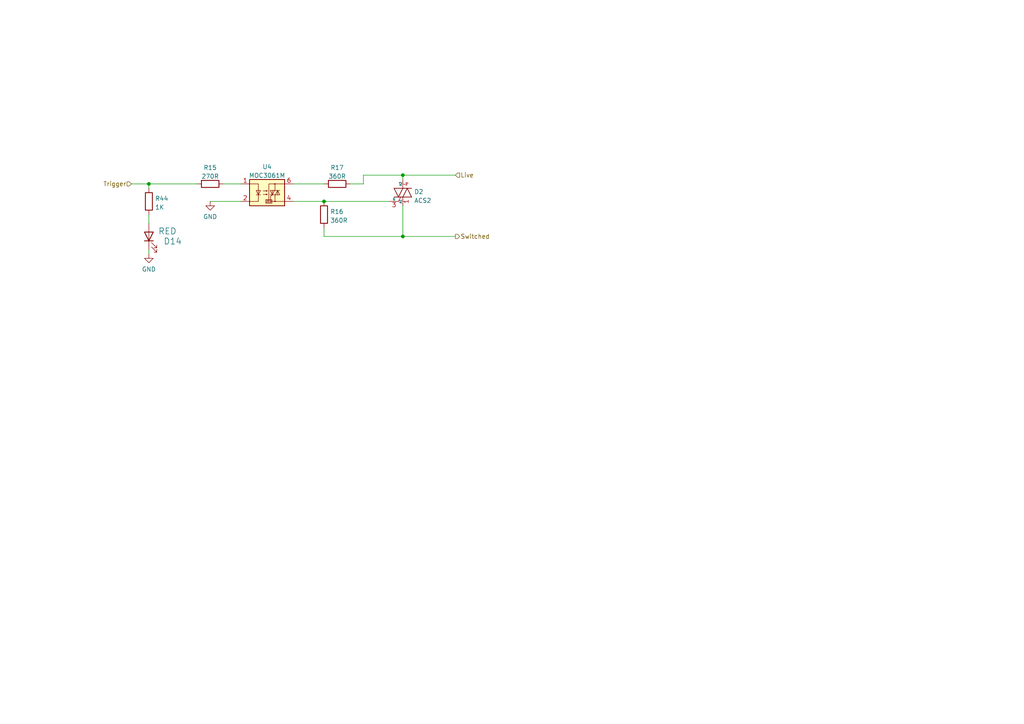
<source format=kicad_sch>
(kicad_sch (version 20211123) (generator eeschema)
  (paper "A4")
  (lib_symbols
    (symbol "Andrew_Custom:ACS2" (pin_names (offset 0))
      (property "Reference" "D" (at 3.175 0.635 0))
      (property "Value" "ACS2" (at 3.175 -1.27 0))
      (symbol "ACS2_0_1"
        (polyline (pts (xy -2.54 -1.27) (xy 2.54 -1.27)) (stroke (width 0.2032)))
        (polyline (pts (xy -2.54 1.27) (xy 2.54 1.27)) (stroke (width 0.2032)))
        (polyline (pts (xy -1.27 -2.54) (xy -0.635 -1.27)))
        (polyline (pts (xy -2.54 1.27) (xy -1.27 -1.27) (xy 0 1.27)) (stroke (width 0.2032)))
        (polyline (pts (xy 0 -1.27) (xy 1.27 1.27) (xy 2.54 -1.27)) (stroke (width 0.2032)))
      )
      (symbol "ACS2_1_1"
        (pin passive line (at 0 -3.81 90) (length 2.54) (name "A1") (number "1"))
        (pin input line (at -3.81 -2.54 0) (length 2.54) (name "G") (number "3"))
        (pin passive line (at 0 3.81 270) (length 2.54) (name "A2") (number "4"))
      )
    )
    (symbol "Device:LED" (pin_numbers hide) (pin_names (offset 1.016) hide)
      (property "Reference" "D" (at 0 2.54 0))
      (property "Value" "LED" (at 0 -2.54 0))
      (symbol "LED_0_1"
        (polyline (pts (xy -1.27 -1.27) (xy -1.27 1.27)) (stroke (width 0.254)))
        (polyline (pts (xy -1.27 0) (xy 1.27 0)))
        (polyline (pts (xy 1.27 -1.27) (xy 1.27 1.27) (xy -1.27 0) (xy 1.27 -1.27)) (stroke (width 0.254)))
        (polyline (pts (xy -3.048 -0.762) (xy -4.572 -2.286) (xy -3.81 -2.286) (xy -4.572 -2.286) (xy -4.572 -1.524)))
        (polyline (pts (xy -1.778 -0.762) (xy -3.302 -2.286) (xy -2.54 -2.286) (xy -3.302 -2.286) (xy -3.302 -1.524)))
      )
      (symbol "LED_1_1"
        (pin passive line (at -3.81 0 0) (length 2.54) (name "K") (number "1"))
        (pin passive line (at 3.81 0 180) (length 2.54) (name "A") (number "2"))
      )
    )
    (symbol "Device:R" (pin_numbers hide) (pin_names (offset 0))
      (property "Reference" "R" (at 2.032 0 90))
      (property "Value" "R" (at 0 0 90))
      (symbol "R_0_1"
        (rectangle (start -1.016 -2.54) (end 1.016 2.54) (stroke (width 0.254)))
      )
      (symbol "R_1_1"
        (pin passive line (at 0 3.81 270) (length 1.27) (name "~") (number "1"))
        (pin passive line (at 0 -3.81 90) (length 1.27) (name "~") (number "2"))
      )
    )
    (symbol "Relay_SolidState:MOC3061M"
      (property "Reference" "U" (at -5.08 5.08 0))
      (property "Value" "MOC3061M" (at 0 5.08 0))
      (symbol "MOC3061M_0_0"
        (rectangle (start -0.381 -2.032) (end 1.397 -3.048))
        (polyline (pts (xy 2.286 -2.54) (xy 1.397 -2.54)))
        (polyline (pts (xy 1.524 -0.635) (xy 1.016 -1.016) (xy 1.016 -2.032)))
        (text "ZCD" (at 0.508 -2.54 0) (effects (font (size 0.508 0.508))))
      )
      (symbol "MOC3061M_0_1"
        (rectangle (start -5.08 3.81) (end 5.08 -3.81) (stroke (width 0.254)) (fill (type background)))
        (polyline (pts (xy -3.175 -0.635) (xy -1.905 -0.635)))
        (polyline (pts (xy 1.524 -0.635) (xy 1.524 0.635)))
        (polyline (pts (xy 3.048 0.635) (xy 3.048 -0.635)))
        (polyline (pts (xy 2.286 -0.635) (xy 2.286 -2.54) (xy 5.08 -2.54)))
        (polyline (pts (xy 2.286 0.635) (xy 2.286 2.54) (xy 5.08 2.54)))
        (polyline (pts (xy 2.286 2.54) (xy 0.508 2.54) (xy 0.508 -2.032)))
        (polyline (pts (xy -5.08 2.54) (xy -2.54 2.54) (xy -2.54 -2.54) (xy -5.08 -2.54)))
        (polyline (pts (xy -2.54 -0.635) (xy -3.175 0.635) (xy -1.905 0.635) (xy -2.54 -0.635)))
        (polyline (pts (xy 0.889 -0.635) (xy 3.683 -0.635) (xy 3.048 0.635) (xy 2.413 -0.635)))
        (polyline (pts (xy 3.683 0.635) (xy 0.889 0.635) (xy 1.524 -0.635) (xy 2.159 0.635)))
        (polyline (pts (xy -1.143 -0.508) (xy 0.127 -0.508) (xy -0.254 -0.635) (xy -0.254 -0.381) (xy 0.127 -0.508)))
        (polyline (pts (xy -1.143 0.508) (xy 0.127 0.508) (xy -0.254 0.381) (xy -0.254 0.635) (xy 0.127 0.508)))
        (circle (center 2.286 -2.54) (radius 0.127))
        (circle (center 2.286 2.54) (radius 0.127))
      )
      (symbol "MOC3061M_1_1"
        (pin passive line (at -7.62 2.54 0) (length 2.54) (name "~") (number "1"))
        (pin passive line (at -7.62 -2.54 0) (length 2.54) (name "~") (number "2"))
        (pin no_connect line (at -5.08 0 0) (length 2.54) hide (name "NC") (number "3"))
        (pin passive line (at 7.62 -2.54 180) (length 2.54) (name "~") (number "4"))
        (pin no_connect line (at 5.08 0 180) (length 2.54) hide (name "NC") (number "5"))
        (pin passive line (at 7.62 2.54 180) (length 2.54) (name "~") (number "6"))
      )
    )
    (symbol "power:GND" (power) (pin_names (offset 0))
      (property "Value" "GND" (at 0 -3.81 0))
      (symbol "GND_0_1"
        (polyline (pts (xy 0 0) (xy 0 -1.27) (xy 1.27 -1.27) (xy 0 -2.54) (xy -1.27 -1.27) (xy 0 -1.27)))
      )
      (symbol "GND_1_1"
        (pin power_in line (at 0 0 270) (length 0) hide (name "GND") (number "1"))
      )
    )
  )
  (junction (at 116.84 50.8))
  (junction (at 43.18 53.34))
  (junction (at 93.98 58.42))
  (junction (at 116.84 68.58))
  (wire (pts (xy 93.98 68.58) (xy 93.98 66.04)))
  (wire (pts (xy 93.98 58.42) (xy 113.03 58.42)))
  (wire (pts (xy 43.18 53.34) (xy 43.18 54.61)))
  (wire (pts (xy 105.41 53.34) (xy 105.41 50.8)))
  (wire (pts (xy 116.84 59.69) (xy 116.84 68.58)))
  (wire (pts (xy 116.84 50.8) (xy 116.84 52.07)))
  (wire (pts (xy 105.41 50.8) (xy 116.84 50.8)))
  (wire (pts (xy 43.18 53.34) (xy 57.15 53.34)))
  (wire (pts (xy 116.84 68.58) (xy 93.98 68.58)))
  (wire (pts (xy 101.6 53.34) (xy 105.41 53.34)))
  (wire (pts (xy 64.77 53.34) (xy 69.85 53.34)))
  (wire (pts (xy 116.84 50.8) (xy 132.08 50.8)))
  (wire (pts (xy 85.09 53.34) (xy 93.98 53.34)))
  (wire (pts (xy 43.18 72.39) (xy 43.18 73.66)))
  (wire (pts (xy 38.1 53.34) (xy 43.18 53.34)))
  (wire (pts (xy 85.09 58.42) (xy 93.98 58.42)))
  (wire (pts (xy 60.96 58.42) (xy 69.85 58.42)))
  (wire (pts (xy 116.84 68.58) (xy 132.08 68.58)))
  (wire (pts (xy 43.18 62.23) (xy 43.18 64.77)))
  (hierarchical_label "Trigger" (shape input) (at 38.1 53.34 180))
  (hierarchical_label "Switched" (shape output) (at 132.08 68.58 0))
  (hierarchical_label "Live" (shape input) (at 132.08 50.8 0))
  (symbol (lib_id "Device:LED") (at 43.18 68.58 90) (unit 1)
    (property "Reference" "D14" (at 52.832 68.961 90) (effects (font (size 1.778 1.778)) (justify left bottom)))
    (property "Value" "RED" (at 51.308 68.072 90) (effects (font (size 1.778 1.778)) (justify left top)))
    (property "Footprint" "LED_SMD:LED_0603_1608Metric" (effects hide))
    (property "LCSC" "C2286" (effects hide))
  )
  (symbol (lib_id "Relay_SolidState:MOC3061M") (at 77.47 55.88 0) (unit 1)
    (property "Reference" "U4" (at 77.47 48.3702 0))
    (property "Value" "MOC3061M" (at 77.47 50.9071 0))
    (property "Footprint" "Package_DIP:DIP-6_W7.62mm" (effects hide))
    (property "Datasheet" "https://www.onsemi.com/pub/Collateral/MOC3163M-D.pdf" (effects hide))
    (property "LCSC" "C8918" (effects hide))
  )
  (symbol (lib_id "power:GND") (at 60.96 58.42 0) (unit 1)
    (property "Reference" "#PWR0139" (effects hide))
    (property "Value" "GND" (at 60.96 62.8634 0))
  )
  (symbol (lib_id "Device:R") (at 97.79 53.34 90) (unit 1)
    (property "Reference" "R17" (at 97.79 48.6242 90))
    (property "Value" "360R" (at 97.79 51.1611 90))
    (property "Footprint" "Resistor_SMD:R_1210_3225Metric" (effects hide))
    (property "LCSC" "C174466" (effects hide))
  )
  (symbol (lib_id "Device:R") (at 43.18 58.42 0) (unit 1)
    (property "Reference" "R44" (at 44.958 57.5853 0) (effects (justify left)))
    (property "Value" "1K" (at 44.958 60.1222 0) (effects (justify left)))
    (property "Footprint" "Resistor_SMD:R_0603_1608Metric" (effects hide))
    (property "LCSC" "C21190" (effects hide))
  )
  (symbol (lib_id "Andrew_Custom:ACS2") (at 116.84 55.88 0) (unit 1)
    (property "Reference" "D2" (at 120.1166 55.6295 0) (effects (justify left)))
    (property "Value" "ACS2" (at 120.1166 58.1664 0) (effects (justify left)))
    (property "Footprint" "Package_TO_SOT_SMD:TO-252-3_TabPin4" (effects hide))
    (property "Datasheet" "https://www.mouser.co.uk/datasheet/2/389/cd00153575-1796501.pdf" (effects hide))
  )
  (symbol (lib_id "Device:R") (at 93.98 62.23 180) (unit 1)
    (property "Reference" "R16" (at 95.758 61.3953 0) (effects (justify right)))
    (property "Value" "360R" (at 95.758 63.9322 0) (effects (justify right)))
    (property "Footprint" "Resistor_SMD:R_1210_3225Metric" (effects hide))
    (property "LCSC" "C174466" (effects hide))
  )
  (symbol (lib_id "Device:R") (at 60.96 53.34 90) (unit 1)
    (property "Reference" "R15" (at 60.96 48.6242 90))
    (property "Value" "270R" (at 60.96 51.1611 90))
    (property "Footprint" "Resistor_SMD:R_0603_1608Metric" (effects hide))
    (property "LCSC" "C22966" (effects hide))
  )
  (symbol (lib_id "power:GND") (at 43.18 73.66 0) (unit 1)
    (property "Reference" "#PWR0178" (effects hide))
    (property "Value" "GND" (at 43.18 78.1034 0))
  )
)
</source>
